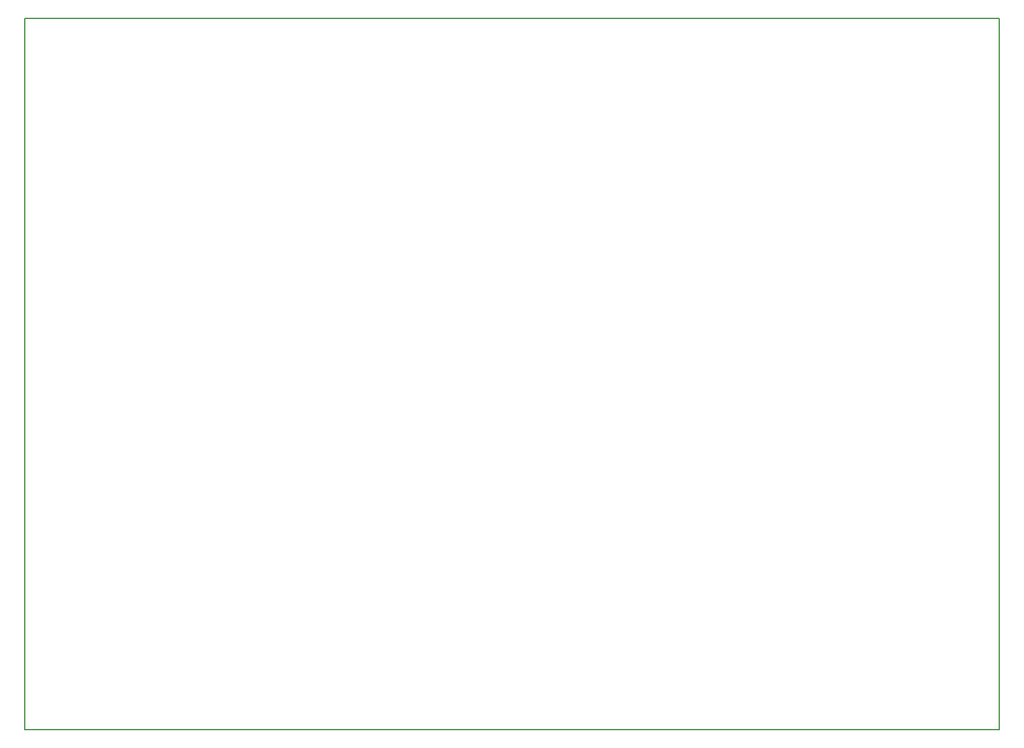
<source format=gbr>
%TF.GenerationSoftware,KiCad,Pcbnew,9.0.1*%
%TF.CreationDate,2025-05-06T23:53:55-04:00*%
%TF.ProjectId,KiCad_Stripboard,4b694361-645f-4537-9472-6970626f6172,rev?*%
%TF.SameCoordinates,Original*%
%TF.FileFunction,Profile,NP*%
%FSLAX46Y46*%
G04 Gerber Fmt 4.6, Leading zero omitted, Abs format (unit mm)*
G04 Created by KiCad (PCBNEW 9.0.1) date 2025-05-06 23:53:55*
%MOMM*%
%LPD*%
G01*
G04 APERTURE LIST*
%TA.AperFunction,Profile*%
%ADD10C,0.150000*%
%TD*%
G04 APERTURE END LIST*
D10*
X73500000Y-47370000D02*
X203500000Y-47370000D01*
X203500000Y-142370000D01*
X73500000Y-142370000D01*
X73500000Y-47370000D01*
M02*

</source>
